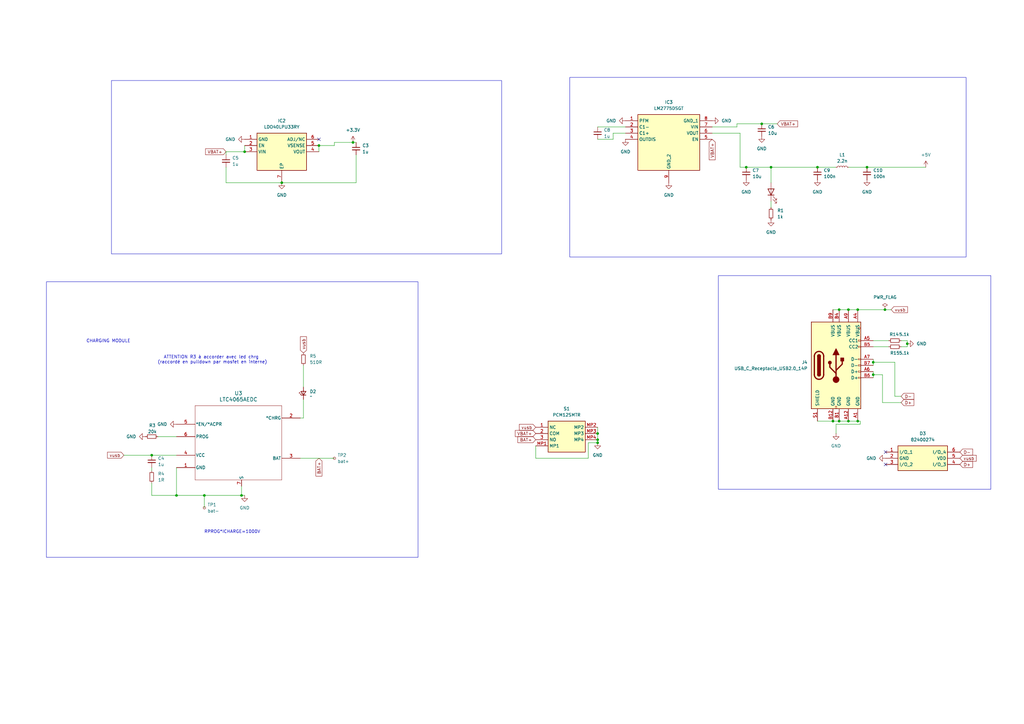
<source format=kicad_sch>
(kicad_sch (version 20250114) (generator "eeschema") (generator_version "9.0")
  (paper "A3")
  (lib_symbols
    (symbol "Connector:TestPoint_Small" (pin_numbers (hide yes)) (pin_names (offset 0.762) (hide yes))
      (property "Reference" "TP" (at 0 3.81 0))
      (property "Value" "TestPoint_Small" (at 0 2.032 0))
      (symbol "TestPoint_Small_0_1"
        (circle (center 0 0) (radius 0.508))
      )
      (symbol "TestPoint_Small_1_1"
        (pin passive line (at 0 0 90) (length 0) (name "1") (number "1"))
      )
    )
    (symbol "Device:C_Small" (pin_numbers (hide yes)) (pin_names (offset 0.254) (hide yes))
      (property "Reference" "C" (at 0.254 1.778 0))
      (property "Value" "C_Small" (at 0.254 -2.032 0))
      (symbol "C_Small_0_1"
        (polyline (pts (xy -1.524 0.508) (xy 1.524 0.508)) (stroke (width 0.3048)))
        (polyline (pts (xy -1.524 -0.508) (xy 1.524 -0.508)) (stroke (width 0.3302)))
      )
      (symbol "C_Small_1_1"
        (pin passive line (at 0 2.54 270) (length 2.032) (name "~") (number "1"))
        (pin passive line (at 0 -2.54 90) (length 2.032) (name "~") (number "2"))
      )
    )
    (symbol "Device:LED" (pin_numbers (hide yes)) (pin_names (offset 1.016) (hide yes))
      (property "Reference" "D" (at 0 2.54 0))
      (property "Value" "LED" (at 0 -2.54 0))
      (symbol "LED_0_1"
        (polyline (pts (xy -3.048 -0.762) (xy -4.572 -2.286) (xy -3.81 -2.286) (xy -4.572 -2.286) (xy -4.572 -1.524)))
        (polyline (pts (xy -1.778 -0.762) (xy -3.302 -2.286) (xy -2.54 -2.286) (xy -3.302 -2.286) (xy -3.302 -1.524)))
        (polyline (pts (xy -1.27 0) (xy 1.27 0)))
        (polyline (pts (xy -1.27 -1.27) (xy -1.27 1.27)) (stroke (width 0.254)))
        (polyline (pts (xy 1.27 -1.27) (xy 1.27 1.27) (xy -1.27 0) (xy 1.27 -1.27)) (stroke (width 0.254)))
      )
      (symbol "LED_1_1"
        (pin passive line (at -3.81 0 0) (length 2.54) (name "K") (number "1"))
        (pin passive line (at 3.81 0 180) (length 2.54) (name "A") (number "2"))
      )
    )
    (symbol "Device:LED_Small" (pin_numbers (hide yes)) (pin_names (offset 0.254) (hide yes))
      (property "Reference" "D" (at -1.27 3.175 0))
      (property "Value" "LED_Small" (at -4.445 -2.54 0))
      (symbol "LED_Small_0_1"
        (polyline (pts (xy -0.762 -1.016) (xy -0.762 1.016)) (stroke (width 0.254)))
        (polyline (pts (xy 0 0.762) (xy -0.508 1.27) (xy -0.254 1.27) (xy -0.508 1.27) (xy -0.508 1.016)))
        (polyline (pts (xy 0.508 1.27) (xy 0 1.778) (xy 0.254 1.778) (xy 0 1.778) (xy 0 1.524)))
        (polyline (pts (xy 0.762 -1.016) (xy -0.762 0) (xy 0.762 1.016) (xy 0.762 -1.016)) (stroke (width 0.254)))
        (polyline (pts (xy 1.016 0) (xy -0.762 0)))
      )
      (symbol "LED_Small_1_1"
        (pin passive line (at -2.54 0 0) (length 1.778) (name "K") (number "1"))
        (pin passive line (at 2.54 0 180) (length 1.778) (name "A") (number "2"))
      )
    )
    (symbol "Device:L_Small" (pin_numbers (hide yes)) (pin_names (offset 0.254) (hide yes))
      (property "Reference" "L" (at 0.762 1.016 0))
      (property "Value" "L_Small" (at 0.762 -1.016 0))
      (symbol "L_Small_0_1"
        (arc (start 0 2.032) (mid 0.5058 1.524) (end 0 1.016))
        (arc (start 0 1.016) (mid 0.5058 0.508) (end 0 0))
        (arc (start 0 0) (mid 0.5058 -0.508) (end 0 -1.016))
        (arc (start 0 -1.016) (mid 0.5058 -1.524) (end 0 -2.032))
      )
      (symbol "L_Small_1_1"
        (pin passive line (at 0 2.54 270) (length 0.508) (name "~") (number "1"))
        (pin passive line (at 0 -2.54 90) (length 0.508) (name "~") (number "2"))
      )
    )
    (symbol "Device:R_Small" (pin_numbers (hide yes)) (pin_names (offset 0.254) (hide yes))
      (property "Reference" "R" (at 0.762 0.508 0))
      (property "Value" "R_Small" (at 0.762 -1.016 0))
      (symbol "R_Small_0_1"
        (rectangle (start -0.762 1.778) (end 0.762 -1.778) (stroke (width 0.2032)))
      )
      (symbol "R_Small_1_1"
        (pin passive line (at 0 2.54 270) (length 0.762) (name "~") (number "1"))
        (pin passive line (at 0 -2.54 90) (length 0.762) (name "~") (number "2"))
      )
    )
    (symbol "LTC4065:LTC4065AEDC" (pin_names (offset 0.254))
      (property "Reference" "U2" (at 25.4 12.7 0))
      (property "Value" "LTC4065AEDC" (at 25.4 10.16 0))
      (symbol "LTC4065AEDC_0_1"
        (polyline (pts (xy 7.62 7.62) (xy 7.62 -22.86)) (stroke (width 0.127)))
        (polyline (pts (xy 7.62 -22.86) (xy 43.18 -22.86)) (stroke (width 0.127)))
        (polyline (pts (xy 43.18 7.62) (xy 7.62 7.62)) (stroke (width 0.127)))
        (polyline (pts (xy 43.18 -22.86) (xy 43.18 7.62)) (stroke (width 0.127)))
        (pin bidirectional line (at 0 0 0) (length 7.62) (name "*EN/*ACPR") (number "5"))
        (pin unspecified line (at 0 -5.08 0) (length 7.62) (name "PROG") (number "6"))
        (pin power_in line (at 0 -12.7 0) (length 7.62) (name "VCC") (number "4"))
        (pin power_in line (at 0 -17.78 0) (length 7.62) (name "GND") (number "1"))
        (pin output line (at 50.8 2.54 180) (length 7.62) (name "*CHRG") (number "2"))
      )
      (symbol "LTC4065AEDC_1_1"
        (pin passive line (at 26.67 -25.4 90) (length 2.54) (name "S") (number "7"))
        (pin power_out line (at 50.8 -13.97 180) (length 7.62) (name "BAT") (number "3"))
      )
    )
    (symbol "Vraielogousbcwurth:USB_C_Receptacle_USB2.0_14P" (pin_names (offset 1.016))
      (property "Reference" "J" (at 0.254 31.242 0))
      (property "Value" "USB_C_Receptacle_USB2.0_14P" (at 1.27 33.782 0))
      (symbol "USB_C_Receptacle_USB2.0_14P_0_0"
        (rectangle (start -0.254 -17.78) (end 0.254 -16.764))
        (rectangle (start 10.16 15.494) (end 9.144 14.986))
        (rectangle (start 10.16 10.414) (end 9.144 9.906))
        (rectangle (start 10.16 7.874) (end 9.144 7.366))
        (rectangle (start 10.16 2.794) (end 9.144 2.286))
        (rectangle (start 10.16 0.254) (end 9.144 -0.254))
        (rectangle (start 10.16 -2.286) (end 9.144 -2.794))
        (rectangle (start 10.16 -4.826) (end 9.144 -5.334))
      )
      (symbol "USB_C_Receptacle_USB2.0_14P_0_1"
        (rectangle (start -10.16 17.78) (end 10.16 -17.78) (stroke (width 0.254)) (fill (type background)))
        (polyline (pts (xy -8.89 -3.81) (xy -8.89 3.81)) (stroke (width 0.508)))
        (rectangle (start -7.62 -3.81) (end -6.35 3.81) (stroke (width 0.254)) (fill (type outline)))
        (arc (start -7.62 3.81) (mid -6.985 4.4423) (end -6.35 3.81) (stroke (width 0.254)))
        (arc (start -7.62 3.81) (mid -6.985 4.4423) (end -6.35 3.81) (stroke (width 0.254)) (fill (type outline)))
        (arc (start -8.89 3.81) (mid -6.985 5.7067) (end -5.08 3.81) (stroke (width 0.508)))
        (arc (start -5.08 -3.81) (mid -6.985 -5.7067) (end -8.89 -3.81) (stroke (width 0.508)))
        (arc (start -6.35 -3.81) (mid -6.985 -4.4423) (end -7.62 -3.81) (stroke (width 0.254)))
        (arc (start -6.35 -3.81) (mid -6.985 -4.4423) (end -7.62 -3.81) (stroke (width 0.254)) (fill (type outline)))
        (polyline (pts (xy -5.08 3.81) (xy -5.08 -3.81)) (stroke (width 0.508)))
        (circle (center -2.54 1.143) (radius 0.635) (stroke (width 0.254)) (fill (type outline)))
        (polyline (pts (xy -1.27 4.318) (xy 0 6.858) (xy 1.27 4.318) (xy -1.27 4.318)) (stroke (width 0.254)) (fill (type outline)))
        (polyline (pts (xy 0 -2.032) (xy 2.54 0.508) (xy 2.54 1.778)) (stroke (width 0.508)))
        (polyline (pts (xy 0 -3.302) (xy -2.54 -0.762) (xy -2.54 0.508)) (stroke (width 0.508)))
        (polyline (pts (xy 0 -5.842) (xy 0 4.318)) (stroke (width 0.508)))
        (circle (center 0 -5.842) (radius 1.27) (fill (type outline)))
        (rectangle (start 1.905 1.778) (end 3.175 3.048) (stroke (width 0.254)) (fill (type outline)))
      )
      (symbol "USB_C_Receptacle_USB2.0_14P_1_1"
        (pin passive line (at -7.62 -22.86 90) (length 5.08) (name "SHIELD") (number "S1"))
        (pin passive line (at -1.27 22.86 270) (length 5.08) (name "VBUS") (number "B9"))
        (pin passive line (at -1.27 -22.86 90) (length 5.08) (name "GND") (number "B12"))
        (pin passive line (at 1.27 22.86 270) (length 5.08) (name "VBUS") (number "B4"))
        (pin passive line (at 1.27 -22.86 90) (length 5.08) (name "GND") (number "B1"))
        (pin passive line (at 5.08 22.86 270) (length 5.08) (name "VBUS") (number "A9"))
        (pin passive line (at 5.08 -22.86 90) (length 5.08) (name "GND") (number "A12"))
        (pin passive line (at 8.89 22.86 270) (length 5.08) (name "VBUS") (number "A4"))
        (pin passive line (at 8.89 -22.86 90) (length 5.08) (name "GND") (number "A1"))
        (pin bidirectional line (at 15.24 10.16 180) (length 5.08) (name "CC1") (number "A5"))
        (pin bidirectional line (at 15.24 7.62 180) (length 5.08) (name "CC2") (number "B5"))
        (pin bidirectional line (at 15.24 2.54 180) (length 5.08) (name "D-") (number "A7"))
        (pin bidirectional line (at 15.24 0 180) (length 5.08) (name "D-") (number "B7"))
        (pin bidirectional line (at 15.24 -2.54 180) (length 5.08) (name "D+") (number "A6"))
        (pin bidirectional line (at 15.24 -5.08 180) (length 5.08) (name "D+") (number "B6"))
      )
    )
    (symbol "power:+3.3V" (power) (pin_numbers (hide yes)) (pin_names (offset 0) (hide yes))
      (property "Value" "+3.3V" (at 0 3.556 0))
      (symbol "+3.3V_0_1"
        (polyline (pts (xy -0.762 1.27) (xy 0 2.54)))
        (polyline (pts (xy 0 2.54) (xy 0.762 1.27)))
        (polyline (pts (xy 0 0) (xy 0 2.54)))
      )
      (symbol "+3.3V_1_1"
        (pin power_in line (at 0 0 90) (length 0) (name "~") (number "1"))
      )
    )
    (symbol "power:+5V" (power) (pin_numbers (hide yes)) (pin_names (offset 0) (hide yes))
      (property "Value" "+5V" (at 0 3.556 0))
      (symbol "+5V_0_1"
        (polyline (pts (xy -0.762 1.27) (xy 0 2.54)))
        (polyline (pts (xy 0 2.54) (xy 0.762 1.27)))
        (polyline (pts (xy 0 0) (xy 0 2.54)))
      )
      (symbol "+5V_1_1"
        (pin power_in line (at 0 0 90) (length 0) (name "~") (number "1"))
      )
    )
    (symbol "power:GND" (power) (pin_numbers (hide yes)) (pin_names (offset 0) (hide yes))
      (property "Value" "GND" (at 0 -3.81 0))
      (symbol "GND_0_1"
        (polyline (pts (xy 0 0) (xy 0 -1.27) (xy 1.27 -1.27) (xy 0 -2.54) (xy -1.27 -1.27) (xy 0 -1.27)))
      )
      (symbol "GND_1_1"
        (pin power_in line (at 0 0 270) (length 0) (name "~") (number "1"))
      )
    )
    (symbol "power:PWR_FLAG" (power) (pin_numbers (hide yes)) (pin_names (offset 0) (hide yes))
      (property "Value" "PWR_FLAG" (at 0 3.81 0))
      (symbol "PWR_FLAG_0_0"
        (pin power_out line (at 0 0 90) (length 0) (name "~") (number "1"))
      )
      (symbol "PWR_FLAG_0_1"
        (polyline (pts (xy 0 0) (xy 0 1.27) (xy -1.016 1.905) (xy 0 2.54) (xy 1.016 1.905) (xy 0 1.27)))
      )
    )
    (symbol "samacsys:82400274"
      (property "Reference" "D" (at 26.67 7.62 0))
      (property "Value" "82400274" (at 26.67 5.08 0))
      (symbol "82400274_1_1"
        (rectangle (start 5.08 2.54) (end 25.4 -7.62) (stroke (width 0.254)) (fill (type background)))
        (pin passive line (at 0 0 0) (length 5.08) (name "I/O_1") (number "1"))
        (pin passive line (at 0 -2.54 0) (length 5.08) (name "GND") (number "2"))
        (pin passive line (at 0 -5.08 0) (length 5.08) (name "I/O_2") (number "3"))
        (pin passive line (at 30.48 0 180) (length 5.08) (name "I/O_4") (number "6"))
        (pin passive line (at 30.48 -2.54 180) (length 5.08) (name "VDD") (number "5"))
        (pin passive line (at 30.48 -5.08 180) (length 5.08) (name "I/O_3") (number "4"))
      )
    )
    (symbol "samacsys:LDO40LPU33RY"
      (property "Reference" "IC" (at 26.67 7.62 0))
      (property "Value" "LDO40LPU33RY" (at 26.67 5.08 0))
      (symbol "LDO40LPU33RY_1_1"
        (rectangle (start 5.08 2.54) (end 25.4 -12.7) (stroke (width 0.254)) (fill (type background)))
        (pin passive line (at 0 0 0) (length 5.08) (name "GND") (number "1"))
        (pin passive line (at 0 -2.54 0) (length 5.08) (name "EN") (number "2"))
        (pin passive line (at 0 -5.08 0) (length 5.08) (name "VIN") (number "3"))
        (pin passive line (at 15.24 -17.78 90) (length 5.08) (name "EP") (number "7"))
        (pin passive line (at 30.48 0 180) (length 5.08) (name "ADJ/NC") (number "6"))
        (pin passive line (at 30.48 -2.54 180) (length 5.08) (name "VSENSE") (number "5"))
        (pin passive line (at 30.48 -5.08 180) (length 5.08) (name "VOUT") (number "4"))
      )
    )
    (symbol "samacsys:LM2775DSGT"
      (property "Reference" "IC" (at 31.75 7.62 0))
      (property "Value" "LM2775DSGT" (at 31.75 5.08 0))
      (symbol "LM2775DSGT_1_1"
        (rectangle (start 5.08 2.54) (end 30.48 -20.32) (stroke (width 0.254)) (fill (type background)))
        (pin passive line (at 0 0 0) (length 5.08) (name "PFM") (number "1"))
        (pin passive line (at 0 -2.54 0) (length 5.08) (name "C1-") (number "2"))
        (pin passive line (at 0 -5.08 0) (length 5.08) (name "C1+") (number "3"))
        (pin passive line (at 0 -7.62 0) (length 5.08) (name "OUTDIS") (number "4"))
        (pin passive line (at 17.78 -25.4 90) (length 5.08) (name "GND_2") (number "9"))
        (pin passive line (at 35.56 0 180) (length 5.08) (name "GND_1") (number "8"))
        (pin passive line (at 35.56 -2.54 180) (length 5.08) (name "VIN") (number "7"))
        (pin passive line (at 35.56 -5.08 180) (length 5.08) (name "VOUT") (number "6"))
        (pin passive line (at 35.56 -7.62 180) (length 5.08) (name "EN") (number "5"))
      )
    )
    (symbol "samacsys:PCM12SMTR"
      (property "Reference" "S1" (at 12.7 7.62 0))
      (property "Value" "PCM12SMTR" (at 12.7 5.08 0))
      (symbol "PCM12SMTR_1_1"
        (rectangle (start 5.08 2.54) (end 20.32 -10.16) (stroke (width 0.254)) (fill (type background)))
        (pin free line (at 0 0 0) (length 5.08) (name "NC") (number "1"))
        (pin passive line (at 0 -2.54 0) (length 5.08) (name "COM") (number "2"))
        (pin passive line (at 0 -5.08 0) (length 5.08) (name "NO") (number "3"))
        (pin passive line (at 0 -7.62 0) (length 5.08) (name "MP1") (number "MP1"))
        (pin passive line (at 25.4 0 180) (length 5.08) (name "MP2") (number "MP2"))
        (pin passive line (at 25.4 -2.54 180) (length 5.08) (name "MP3") (number "MP3"))
        (pin passive line (at 25.4 -5.08 180) (length 5.08) (name "MP4") (number "MP4"))
      )
    )
  )
  (rectangle (start 45.72 33.02) (end 205.74 104.14))
  (rectangle (start 233.68 31.75) (end 396.24 105.41))
  (rectangle (start 294.64 113.03) (end 406.4 200.66))
  (rectangle (start 19.05 115.57) (end 171.45 228.6))
  (text "CHARGING MODULE" (at 44.45 139.954 0) (effects (font (size 1.27 1.27))))
  (text "RPROG*ICHARGE=1000V" (at 95.25 218.186 0) (effects (font (size 1.27 1.27))))
  (text "ATTENTION R3 à accorder avec led chrg \n(raccordé en pulldown par mosfet en interne)\n" (at 87.122 147.574 0) (effects (font (size 1.27 1.27))))
  (junction (at 347.98 172.72))
  (junction (at 100.33 62.23))
  (junction (at 83.82 203.2))
  (junction (at 245.11 177.8))
  (junction (at 144.78 58.42))
  (junction (at 351.79 127))
  (junction (at 344.17 127))
  (junction (at 306.07 68.58))
  (junction (at 372.11 140.97))
  (junction (at 347.98 127))
  (junction (at 355.6 68.58))
  (junction (at 312.42 50.8))
  (junction (at 341.63 172.72))
  (junction (at 358.14 153.67))
  (junction (at 351.79 172.72))
  (junction (at 344.17 172.72))
  (junction (at 245.11 181.61))
  (junction (at 115.57 74.93))
  (junction (at 99.06 203.2))
  (junction (at 72.39 203.2))
  (junction (at 130.81 59.69))
  (junction (at 245.11 180.34))
  (junction (at 316.23 68.58))
  (junction (at 362.966 127))
  (junction (at 62.23 186.69))
  (junction (at 358.14 148.59))
  (junction (at 335.28 68.58))
  (no_connect (at 363.22 185.42))
  (no_connect (at 363.22 190.5))
  (no_connect (at 130.81 57.15))
  (wire (pts (xy 99.06 203.2) (xy 100.33 203.2)))
  (wire (pts (xy 312.42 50.8) (xy 302.26 50.8)))
  (wire (pts (xy 72.39 203.2) (xy 83.82 203.2)))
  (wire (pts (xy 100.33 59.69) (xy 100.33 62.23)))
  (wire (pts (xy 124.46 149.86) (xy 124.46 158.75)))
  (wire (pts (xy 256.54 54.61) (xy 251.46 54.61)))
  (wire (pts (xy 351.79 127) (xy 362.966 127)))
  (wire (pts (xy 50.8 186.69) (xy 62.23 186.69)))
  (wire (pts (xy 115.57 74.93) (xy 146.05 74.93)))
  (wire (pts (xy 62.23 191.77) (xy 62.23 193.04)))
  (wire (pts (xy 92.71 63.5) (xy 92.71 62.23)))
  (wire (pts (xy 369.57 162.56) (xy 367.03 162.56)))
  (wire (pts (xy 369.57 142.24) (xy 372.11 142.24)))
  (wire (pts (xy 123.19 187.96) (xy 137.16 187.96)))
  (wire (pts (xy 146.05 58.42) (xy 144.78 58.42)))
  (wire (pts (xy 351.79 172.72) (xy 352.806 172.72)))
  (wire (pts (xy 137.16 58.42) (xy 137.16 59.69)))
  (wire (pts (xy 303.53 68.58) (xy 303.53 54.61)))
  (wire (pts (xy 72.39 191.77) (xy 72.39 203.2)))
  (wire (pts (xy 245.11 57.15) (xy 251.46 57.15)))
  (wire (pts (xy 358.14 142.24) (xy 364.49 142.24)))
  (wire (pts (xy 245.11 52.07) (xy 256.54 52.07)))
  (wire (pts (xy 92.71 68.58) (xy 92.71 74.93)))
  (wire (pts (xy 144.78 58.42) (xy 137.16 58.42)))
  (wire (pts (xy 347.98 68.58) (xy 355.6 68.58)))
  (wire (pts (xy 358.14 147.32) (xy 358.14 148.59)))
  (wire (pts (xy 251.46 54.61) (xy 251.46 57.15)))
  (wire (pts (xy 219.71 187.96) (xy 241.3 187.96)))
  (wire (pts (xy 362.966 127) (xy 365.506 127)))
  (wire (pts (xy 361.95 153.67) (xy 358.14 153.67)))
  (wire (pts (xy 358.14 148.59) (xy 358.14 149.86)))
  (wire (pts (xy 341.63 172.72) (xy 335.28 172.72)))
  (wire (pts (xy 342.9 173.99) (xy 342.9 177.8)))
  (wire (pts (xy 347.98 172.72) (xy 351.79 172.72)))
  (wire (pts (xy 344.17 172.72) (xy 347.98 172.72)))
  (wire (pts (xy 64.77 179.07) (xy 72.39 179.07)))
  (wire (pts (xy 62.23 203.2) (xy 72.39 203.2)))
  (wire (pts (xy 318.77 50.8) (xy 312.42 50.8)))
  (wire (pts (xy 62.23 198.12) (xy 62.23 203.2)))
  (wire (pts (xy 99.06 199.39) (xy 99.06 203.2)))
  (wire (pts (xy 241.3 187.96) (xy 241.3 181.61)))
  (wire (pts (xy 306.07 68.58) (xy 303.53 68.58)))
  (wire (pts (xy 341.63 127) (xy 344.17 127)))
  (wire (pts (xy 302.26 50.8) (xy 302.26 52.07)))
  (wire (pts (xy 344.17 127) (xy 347.98 127)))
  (wire (pts (xy 335.28 68.58) (xy 316.23 68.58)))
  (wire (pts (xy 245.11 177.8) (xy 245.11 180.34)))
  (wire (pts (xy 335.28 68.58) (xy 342.9 68.58)))
  (wire (pts (xy 347.98 127) (xy 351.79 127)))
  (wire (pts (xy 367.03 148.59) (xy 358.14 148.59)))
  (wire (pts (xy 344.17 172.72) (xy 341.63 172.72)))
  (wire (pts (xy 137.16 59.69) (xy 130.81 59.69)))
  (wire (pts (xy 367.03 162.56) (xy 367.03 148.59)))
  (wire (pts (xy 316.23 68.58) (xy 306.07 68.58)))
  (wire (pts (xy 245.11 175.26) (xy 245.11 177.8)))
  (wire (pts (xy 369.57 139.7) (xy 372.11 139.7)))
  (wire (pts (xy 92.71 62.23) (xy 100.33 62.23)))
  (wire (pts (xy 62.23 186.69) (xy 72.39 186.69)))
  (wire (pts (xy 369.57 165.1) (xy 361.95 165.1)))
  (wire (pts (xy 372.11 139.7) (xy 372.11 140.97)))
  (wire (pts (xy 352.806 172.72) (xy 352.806 173.99)))
  (wire (pts (xy 130.81 59.69) (xy 130.81 62.23)))
  (wire (pts (xy 358.14 152.4) (xy 358.14 153.67)))
  (wire (pts (xy 358.14 153.67) (xy 358.14 154.94)))
  (wire (pts (xy 123.19 171.45) (xy 124.46 171.45)))
  (wire (pts (xy 92.71 74.93) (xy 115.57 74.93)))
  (wire (pts (xy 303.53 54.61) (xy 292.1 54.61)))
  (wire (pts (xy 146.05 74.93) (xy 146.05 63.5)))
  (wire (pts (xy 302.26 52.07) (xy 292.1 52.07)))
  (wire (pts (xy 379.73 68.58) (xy 355.6 68.58)))
  (wire (pts (xy 316.23 74.93) (xy 316.23 68.58)))
  (wire (pts (xy 83.82 203.2) (xy 99.06 203.2)))
  (wire (pts (xy 245.11 181.61) (xy 245.11 180.34)))
  (wire (pts (xy 372.11 142.24) (xy 372.11 140.97)))
  (wire (pts (xy 219.71 182.88) (xy 219.71 187.96)))
  (wire (pts (xy 352.806 173.99) (xy 342.9 173.99)))
  (wire (pts (xy 124.46 171.45) (xy 124.46 163.83)))
  (wire (pts (xy 241.3 181.61) (xy 245.11 181.61)))
  (wire (pts (xy 361.95 165.1) (xy 361.95 153.67)))
  (wire (pts (xy 316.23 85.09) (xy 316.23 82.55)))
  (wire (pts (xy 83.82 203.2) (xy 83.82 208.28)))
  (wire (pts (xy 358.14 139.7) (xy 364.49 139.7)))
  (global_label "vusb" (shape input) (at 50.8 186.69 180) (property "Intersheetrefs" "${INTERSHEET_REFS}" (effects (hide yes))))
  (global_label "vusb" (shape input) (at 124.46 144.78 90) (property "Intersheetrefs" "${INTERSHEET_REFS}" (effects (hide yes))))
  (global_label "VBAT+" (shape input) (at 219.71 177.8 180) (property "Intersheetrefs" "${INTERSHEET_REFS}" (effects (hide yes))))
  (global_label "vusb" (shape input) (at 365.506 127 0) (property "Intersheetrefs" "${INTERSHEET_REFS}" (effects (hide yes))))
  (global_label "D-" (shape input) (at 369.57 162.56 0) (property "Intersheetrefs" "${INTERSHEET_REFS}" (effects (hide yes))))
  (global_label "D-" (shape input) (at 393.7 185.42 0) (property "Intersheetrefs" "${INTERSHEET_REFS}" (effects (hide yes))))
  (global_label "D+" (shape input) (at 393.7 190.5 0) (property "Intersheetrefs" "${INTERSHEET_REFS}" (effects (hide yes))))
  (global_label "vusb" (shape input) (at 393.7 187.96 0) (property "Intersheetrefs" "${INTERSHEET_REFS}" (effects (hide yes))))
  (global_label "D+" (shape input) (at 369.57 165.1 0) (property "Intersheetrefs" "${INTERSHEET_REFS}" (effects (hide yes))))
  (global_label "BAT+" (shape input) (at 219.71 180.34 180) (property "Intersheetrefs" "${INTERSHEET_REFS}" (effects (hide yes))))
  (global_label "BAT+" (shape input) (at 130.81 187.96 270) (property "Intersheetrefs" "${INTERSHEET_REFS}" (effects (hide yes))))
  (global_label "VBAT+" (shape input) (at 318.77 50.8 0) (property "Intersheetrefs" "${INTERSHEET_REFS}" (effects (hide yes))))
  (global_label "vusb" (shape input) (at 219.71 175.26 180) (property "Intersheetrefs" "${INTERSHEET_REFS}" (effects (hide yes))))
  (global_label "VBAT+" (shape input) (at 92.71 62.23 180) (property "Intersheetrefs" "${INTERSHEET_REFS}" (effects (hide yes))))
  (global_label "VBAT+" (shape input) (at 292.1 57.15 270) (property "Intersheetrefs" "${INTERSHEET_REFS}" (effects (hide yes))))
  (symbol (lib_id "power:GND") (at 316.23 90.17 0) (unit 1)
    (property "Reference" "#PWR017" (effects (hide yes)))
    (property "Value" "GND" (at 316.23 95.25 0))
    (property "Description" "Power symbol creates a global label with name \"GND\" , ground" (effects (hide yes)))
  )
  (symbol (lib_id "LTC4065:LTC4065AEDC") (at 72.39 173.99 0) (unit 1)
    (property "Reference" "U3" (at 97.79 161.29 0) (effects (font (size 1.524 1.524))))
    (property "Value" "LTC4065AEDC" (at 97.79 163.83 0) (effects (font (size 1.524 1.524))))
    (property "Footprint" "samacsys:SON50P200X200X80-7N-D" (effects (hide yes)))
    (property "Datasheet" "https://www.analog.com/media/en/technical-documentation/data-sheets/4065fb.pdf" (effects (hide yes)))
    (property "Description" "LTC4065AEDC" (effects (hide yes)))
  )
  (symbol (lib_id "power:GND") (at 306.07 73.66 0) (unit 1)
    (property "Reference" "#PWR016" (effects (hide yes)))
    (property "Value" "GND" (at 306.07 78.74 0))
    (property "Description" "Power symbol creates a global label with name \"GND\" , ground" (effects (hide yes)))
  )
  (symbol (lib_id "Device:R_Small") (at 124.46 147.32 0) (unit 1)
    (property "Reference" "R5" (at 127 146.0499 0) (effects (justify left)))
    (property "Value" "510R" (at 127 148.5899 0) (effects (justify left)))
    (property "Footprint" "Resistor_SMD:R_0201_0603Metric_Pad0.64x0.40mm_HandSolder" (effects (hide yes)))
    (property "Description" "Resistor, small symbol" (effects (hide yes)))
  )
  (symbol (lib_id "Vraielogousbcwurth:USB_C_Receptacle_USB2.0_14P") (at 342.9 149.86 0) (unit 1)
    (property "Reference" "J4" (at 331.216 148.5899 0) (effects (justify right)))
    (property "Value" "USB_C_Receptacle_USB2.0_14P" (at 331.216 151.1299 0) (effects (justify right)))
    (property "Footprint" "usbcwurth:WURTH_629722000214" (effects (hide yes)))
    (property "Datasheet" "https://www.usb.org/sites/default/files/documents/usb_type-c.zip" (effects (hide yes)))
    (property "Description" "USB 2.0-only 14P Type-C Receptacle connector" (effects (hide yes)))
  )
  (symbol (lib_id "Connector:TestPoint_Small") (at 83.82 208.28 0) (unit 1)
    (property "Reference" "TP1" (at 85.09 207.0099 0) (effects (justify left)))
    (property "Value" "bat-" (at 85.09 209.5499 0) (effects (justify left)))
    (property "Footprint" "TestPoint:TestPoint_THTPad_D1.0mm_Drill0.5mm" (effects (hide yes)))
    (property "Description" "test point" (effects (hide yes)))
  )
  (symbol (lib_id "power:+3.3V") (at 144.78 58.42 0) (unit 1)
    (property "Reference" "#PWR07" (effects (hide yes)))
    (property "Value" "+3.3V" (at 144.78 53.34 0))
    (property "Description" "Power symbol creates a global label with name \"+3.3V\"" (effects (hide yes)))
  )
  (symbol (lib_id "Device:C_Small") (at 92.71 66.04 0) (unit 1)
    (property "Reference" "C5" (at 95.25 64.7762 0) (effects (justify left)))
    (property "Value" "1u" (at 95.25 67.3162 0) (effects (justify left)))
    (property "Footprint" "Capacitor_SMD:C_0402_1005Metric_Pad0.74x0.62mm_HandSolder" (effects (hide yes)))
    (property "Description" "Unpolarized capacitor, small symbol" (effects (hide yes)))
  )
  (symbol (lib_id "power:GND") (at 72.39 173.99 270) (unit 1)
    (property "Reference" "#PWR010" (effects (hide yes)))
    (property "Value" "GND" (at 68.58 173.9899 90) (effects (justify right)))
    (property "Description" "Power symbol creates a global label with name \"GND\" , ground" (effects (hide yes)))
  )
  (symbol (lib_id "Device:C_Small") (at 355.6 71.12 0) (unit 1)
    (property "Reference" "C10" (at 358.14 69.8562 0) (effects (justify left)))
    (property "Value" "100n" (at 358.14 72.3962 0) (effects (justify left)))
    (property "Footprint" "Capacitor_SMD:C_0402_1005Metric_Pad0.74x0.62mm_HandSolder" (effects (hide yes)))
    (property "Description" "Unpolarized capacitor, small symbol" (effects (hide yes)))
  )
  (symbol (lib_id "Device:R_Small") (at 367.03 142.24 90) (unit 1)
    (property "Reference" "R15" (at 367.03 144.78 90))
    (property "Value" "5.1k" (at 370.84 144.78 90))
    (property "Footprint" "Resistor_SMD:R_0201_0603Metric_Pad0.64x0.40mm_HandSolder" (effects (hide yes)))
    (property "Description" "Resistor, small symbol" (effects (hide yes)))
  )
  (symbol (lib_id "Device:R_Small") (at 367.03 139.7 90) (unit 1)
    (property "Reference" "R14" (at 366.776 137.16 90))
    (property "Value" "5.1k" (at 370.84 137.16 90))
    (property "Footprint" "Resistor_SMD:R_0201_0603Metric_Pad0.64x0.40mm_HandSolder" (effects (hide yes)))
    (property "Description" "Resistor, small symbol" (effects (hide yes)))
  )
  (symbol (lib_id "power:GND") (at 256.54 49.53 270) (unit 1)
    (property "Reference" "#PWR020" (effects (hide yes)))
    (property "Value" "GND" (at 252.73 49.5299 90) (effects (justify right)))
    (property "Description" "Power symbol creates a global label with name \"GND\" , ground" (effects (hide yes)))
  )
  (symbol (lib_id "power:+5V") (at 379.73 68.58 0) (unit 1)
    (property "Reference" "#PWR08" (effects (hide yes)))
    (property "Value" "+5V" (at 379.73 63.5 0))
    (property "Description" "Power symbol creates a global label with name \"+5V\"" (effects (hide yes)))
  )
  (symbol (lib_id "samacsys:LDO40LPU33RY") (at 100.33 57.15 0) (unit 1)
    (property "Reference" "IC2" (at 115.57 49.53 0))
    (property "Value" "LDO40LPU33RY" (at 115.57 52.07 0))
    (property "Footprint" "samacsys:SON95P300X300X90-7N-D" (effects (hide yes)))
    (property "Datasheet" "https://www.st.com/resource/en/datasheet/ldo40l.pdf" (effects (hide yes)))
    (property "Description" "LDO Voltage Regulators POWER MANAGEMENT" (effects (hide yes)))
    (property "Height" "0.9" (effects (hide yes)))
    (property "Mouser Part Number" "511-LDO40LPU33RY" (effects (hide yes)))
    (property "Mouser Price/Stock" "https://www.mouser.co.uk/ProductDetail/STMicroelectronics/LDO40LPU33RY?qs=qSfuJ%252Bfl%2Fd5qazWclm%2Ffpg%3D%3D" (effects (hide yes)))
    (property "Manufacturer_Name" "STMicroelectronics" (effects (hide yes)))
    (property "Manufacturer_Part_Number" "LDO40LPU33RY" (effects (hide yes)))
  )
  (symbol (lib_id "power:GND") (at 335.28 73.66 0) (unit 1)
    (property "Reference" "#PWR018" (effects (hide yes)))
    (property "Value" "GND" (at 335.28 78.74 0))
    (property "Description" "Power symbol creates a global label with name \"GND\" , ground" (effects (hide yes)))
  )
  (symbol (lib_id "power:GND") (at 256.54 57.15 0) (unit 1)
    (property "Reference" "#PWR021" (effects (hide yes)))
    (property "Value" "GND" (at 256.54 62.23 0))
    (property "Description" "Power symbol creates a global label with name \"GND\" , ground" (effects (hide yes)))
  )
  (symbol (lib_id "samacsys:PCM12SMTR") (at 219.71 175.26 0) (unit 1)
    (property "Reference" "S1" (at 232.41 167.64 0))
    (property "Value" "PCM12SMTR" (at 232.41 170.18 0))
    (property "Footprint" "samacsys:PCM12SMTR" (effects (hide yes)))
    (property "Datasheet" "https://www.ckswitches.com/media/1424/pcm.pdf" (effects (hide yes)))
    (property "Description" "Slide Switches 0.3A SPDT ON-ON" (effects (hide yes)))
    (property "Height" "1.4" (effects (hide yes)))
    (property "Mouser Part Number" "611-PCM12SMTR" (effects (hide yes)))
    (property "Mouser Price/Stock" "https://www.mouser.co.uk/ProductDetail/CK/PCM12SMTR?qs=mfFuHy8STfL3qrPSfCHA7w%3D%3D" (effects (hide yes)))
    (property "Manufacturer_Name" "C & K COMPONENTS" (effects (hide yes)))
    (property "Manufacturer_Part_Number" "PCM12SMTR" (effects (hide yes)))
  )
  (symbol (lib_id "power:GND") (at 100.33 57.15 270) (unit 1)
    (property "Reference" "#PWR012" (effects (hide yes)))
    (property "Value" "GND" (at 96.52 57.1499 90) (effects (justify right)))
    (property "Description" "Power symbol creates a global label with name \"GND\" , ground" (effects (hide yes)))
  )
  (symbol (lib_id "Device:C_Small") (at 312.42 53.34 0) (unit 1)
    (property "Reference" "C6" (at 314.96 52.0762 0) (effects (justify left)))
    (property "Value" "10u" (at 314.96 54.6162 0) (effects (justify left)))
    (property "Footprint" "Capacitor_SMD:C_0402_1005Metric_Pad0.74x0.62mm_HandSolder" (effects (hide yes)))
    (property "Description" "Unpolarized capacitor, small symbol" (effects (hide yes)))
  )
  (symbol (lib_id "Device:C_Small") (at 146.05 60.96 0) (unit 1)
    (property "Reference" "C3" (at 148.59 59.6962 0) (effects (justify left)))
    (property "Value" "1u" (at 148.59 62.2362 0) (effects (justify left)))
    (property "Footprint" "Capacitor_SMD:C_0402_1005Metric_Pad0.74x0.62mm_HandSolder" (effects (hide yes)))
    (property "Description" "Unpolarized capacitor, small symbol" (effects (hide yes)))
  )
  (symbol (lib_id "power:GND") (at 312.42 55.88 0) (unit 1)
    (property "Reference" "#PWR015" (effects (hide yes)))
    (property "Value" "GND" (at 312.42 60.96 0))
    (property "Description" "Power symbol creates a global label with name \"GND\" , ground" (effects (hide yes)))
  )
  (symbol (lib_id "samacsys:LM2775DSGT") (at 256.54 49.53 0) (unit 1)
    (property "Reference" "IC3" (at 274.32 41.91 0))
    (property "Value" "LM2775DSGT" (at 274.32 44.45 0))
    (property "Footprint" "samacsys:SON50P200X200X80-9N" (effects (hide yes)))
    (property "Datasheet" "http://www.ti.com/lit/ds/symlink/lm2775.pdf" (effects (hide yes)))
    (property "Description" "Charge Pump Switching Regulator IC Positive Fixed 5V 1 Output 200mA 8-WFDFN Exposed Pad" (effects (hide yes)))
    (property "Height" "0.8" (effects (hide yes)))
    (property "Mouser Part Number" "595-LM2775DSGT" (effects (hide yes)))
    (property "Mouser Price/Stock" "https://www.mouser.co.uk/ProductDetail/Texas-Instruments/LM2775DSGT?qs=GURawfaeGuC8OeiXDzqVsg%3D%3D" (effects (hide yes)))
    (property "Manufacturer_Name" "Texas Instruments" (effects (hide yes)))
    (property "Manufacturer_Part_Number" "LM2775DSGT" (effects (hide yes)))
  )
  (symbol (lib_id "Device:R_Small") (at 62.23 179.07 90) (unit 1)
    (property "Reference" "R3" (at 62.484 174.498 90))
    (property "Value" "20k" (at 62.484 177.038 90))
    (property "Footprint" "Resistor_SMD:R_0201_0603Metric_Pad0.64x0.40mm_HandSolder" (effects (hide yes)))
    (property "Description" "Resistor, small symbol" (effects (hide yes)))
  )
  (symbol (lib_id "Device:LED_Small") (at 124.46 161.29 90) (unit 1)
    (property "Reference" "D2" (at 127 160.5914 90) (effects (justify right)))
    (property "Value" "~" (at 127 162.4965 90) (effects (justify right)))
    (property "Footprint" "LED_SMD:LED_0603_1608Metric" (effects (hide yes)))
    (property "Description" "Light emitting diode, small symbol" (effects (hide yes)))
  )
  (symbol (lib_id "Device:R_Small") (at 316.23 87.63 0) (unit 1)
    (property "Reference" "R1" (at 318.77 86.3599 0) (effects (justify left)))
    (property "Value" "1k" (at 318.77 88.8999 0) (effects (justify left)))
    (property "Footprint" "Resistor_SMD:R_0201_0603Metric_Pad0.64x0.40mm_HandSolder" (effects (hide yes)))
    (property "Description" "Resistor, small symbol" (effects (hide yes)))
  )
  (symbol (lib_id "power:GND") (at 355.6 73.66 0) (unit 1)
    (property "Reference" "#PWR019" (effects (hide yes)))
    (property "Value" "GND" (at 355.6 78.74 0))
    (property "Description" "Power symbol creates a global label with name \"GND\" , ground" (effects (hide yes)))
  )
  (symbol (lib_id "power:GND") (at 372.11 140.97 90) (unit 1)
    (property "Reference" "#PWR025" (effects (hide yes)))
    (property "Value" "GND" (at 375.92 140.9699 90) (effects (justify right)))
    (property "Description" "Power symbol creates a global label with name \"GND\" , ground" (effects (hide yes)))
  )
  (symbol (lib_id "power:GND") (at 245.11 181.61 0) (unit 1)
    (property "Reference" "#PWR048" (effects (hide yes)))
    (property "Value" "GND" (at 245.11 186.69 0))
    (property "Description" "Power symbol creates a global label with name \"GND\" , ground" (effects (hide yes)))
  )
  (symbol (lib_id "samacsys:82400274") (at 363.22 185.42 0) (unit 1)
    (property "Reference" "D3" (at 378.46 177.8 0))
    (property "Value" "82400274" (at 378.46 180.34 0))
    (property "Footprint" "SOT65P210X110-6N" (effects (hide yes)))
    (property "Datasheet" "https://katalog.we-online.com/pbs/datasheet/82400274.pdf" (effects (hide yes)))
    (property "Description" "TVS Diode Array WE-TVS 4-Ch+VDD 5V SC70 Wurth Elektronik 82400274, Quad Uni-Directional TVS Diode Array, 6-Pin SC-70" (effects (hide yes)))
    (property "Height" "1.1" (effects (hide yes)))
    (property "Mouser Part Number" "710-82400274" (effects (hide yes)))
    (property "Mouser Price/Stock" "https://www.mouser.co.uk/ProductDetail/Wurth-Elektronik/82400274?qs=2kOmHSv6VfQD871MY%252BLLLQ%3D%3D" (effects (hide yes)))
    (property "Manufacturer_Name" "Wurth Elektronik" (effects (hide yes)))
    (property "Manufacturer_Part_Number" "82400274" (effects (hide yes)))
  )
  (symbol (lib_id "Device:C_Small") (at 306.07 71.12 0) (unit 1)
    (property "Reference" "C7" (at 308.61 69.8562 0) (effects (justify left)))
    (property "Value" "10u" (at 308.61 72.3962 0) (effects (justify left)))
    (property "Footprint" "Capacitor_SMD:C_0402_1005Metric_Pad0.74x0.62mm_HandSolder" (effects (hide yes)))
    (property "Description" "Unpolarized capacitor, small symbol" (effects (hide yes)))
  )
  (symbol (lib_id "power:PWR_FLAG") (at 362.966 127 0) (unit 1)
    (property "Reference" "#FLG04" (effects (hide yes)))
    (property "Value" "PWR_FLAG" (at 362.966 121.92 0))
    (property "Description" "Special symbol for telling ERC where power comes from" (effects (hide yes)))
  )
  (symbol (lib_id "Device:C_Small") (at 335.28 71.12 0) (unit 1)
    (property "Reference" "C9" (at 337.82 69.8562 0) (effects (justify left)))
    (property "Value" "100n" (at 337.82 72.3962 0) (effects (justify left)))
    (property "Footprint" "Capacitor_SMD:C_0402_1005Metric_Pad0.74x0.62mm_HandSolder" (effects (hide yes)))
    (property "Description" "Unpolarized capacitor, small symbol" (effects (hide yes)))
  )
  (symbol (lib_id "power:GND") (at 274.32 74.93 0) (unit 1)
    (property "Reference" "#PWR014" (effects (hide yes)))
    (property "Value" "GND" (at 274.32 80.01 0))
    (property "Description" "Power symbol creates a global label with name \"GND\" , ground" (effects (hide yes)))
  )
  (symbol (lib_id "power:GND") (at 59.69 179.07 270) (unit 1)
    (property "Reference" "#PWR09" (effects (hide yes)))
    (property "Value" "GND" (at 55.88 179.0699 90) (effects (justify right)))
    (property "Description" "Power symbol creates a global label with name \"GND\" , ground" (effects (hide yes)))
  )
  (symbol (lib_id "power:GND") (at 363.22 187.96 270) (unit 1)
    (property "Reference" "#PWR026" (effects (hide yes)))
    (property "Value" "GND" (at 359.41 187.9599 90) (effects (justify right)))
    (property "Description" "Power symbol creates a global label with name \"GND\" , ground" (effects (hide yes)))
  )
  (symbol (lib_id "power:GND") (at 100.33 203.2 0) (unit 1)
    (property "Reference" "#PWR011" (effects (hide yes)))
    (property "Value" "GND" (at 100.33 208.28 0))
    (property "Description" "Power symbol creates a global label with name \"GND\" , ground" (effects (hide yes)))
  )
  (symbol (lib_id "power:GND") (at 342.9 177.8 0) (unit 1)
    (property "Reference" "#PWR024" (effects (hide yes)))
    (property "Value" "GND" (at 342.9 182.88 0))
    (property "Description" "Power symbol creates a global label with name \"GND\" , ground" (effects (hide yes)))
  )
  (symbol (lib_id "Connector:TestPoint_Small") (at 137.16 187.96 0) (unit 1)
    (property "Reference" "TP2" (at 138.43 186.6899 0) (effects (justify left)))
    (property "Value" "bat+" (at 138.43 189.2299 0) (effects (justify left)))
    (property "Footprint" "TestPoint:TestPoint_THTPad_D1.0mm_Drill0.5mm" (effects (hide yes)))
    (property "Description" "test point" (effects (hide yes)))
  )
  (symbol (lib_id "Device:L_Small") (at 345.44 68.58 90) (unit 1)
    (property "Reference" "L1" (at 345.44 63.5 90))
    (property "Value" "2.2n" (at 345.44 66.04 90))
    (property "Footprint" "Inductor_SMD:L_0603_1608Metric" (effects (hide yes)))
    (property "Description" "Inductor, small symbol" (effects (hide yes)))
  )
  (symbol (lib_id "Device:LED") (at 316.23 78.74 90) (unit 1)
    (property "Reference" "D1" (effects (hide yes)))
    (property "Value" "LED" (effects (hide yes)))
    (property "Footprint" "LED_SMD:LED_0603_1608Metric" (effects (hide yes)))
    (property "Description" "Light emitting diode" (effects (hide yes)))
    (property "Sim.Pins" "1=K 2=A" (effects (hide yes)))
  )
  (symbol (lib_id "Device:C_Small") (at 62.23 189.23 0) (unit 1)
    (property "Reference" "C4" (at 64.77 187.9662 0) (effects (justify left)))
    (property "Value" "1u" (at 64.77 190.5062 0) (effects (justify left)))
    (property "Footprint" "Capacitor_SMD:C_0402_1005Metric_Pad0.74x0.62mm_HandSolder" (effects (hide yes)))
    (property "Description" "Unpolarized capacitor, small symbol" (effects (hide yes)))
  )
  (symbol (lib_id "Device:R_Small") (at 62.23 195.58 0) (unit 1)
    (property "Reference" "R4" (at 64.77 194.3099 0) (effects (justify left)))
    (property "Value" "1R" (at 64.77 196.8499 0) (effects (justify left)))
    (property "Footprint" "Resistor_SMD:R_0201_0603Metric_Pad0.64x0.40mm_HandSolder" (effects (hide yes)))
    (property "Description" "Resistor, small symbol" (effects (hide yes)))
  )
  (symbol (lib_id "Device:C_Small") (at 245.11 54.61 0) (unit 1)
    (property "Reference" "C8" (at 247.65 53.3462 0) (effects (justify left)))
    (property "Value" "1u" (at 247.65 55.8862 0) (effects (justify left)))
    (property "Footprint" "Capacitor_SMD:C_0402_1005Metric_Pad0.74x0.62mm_HandSolder" (effects (hide yes)))
    (property "Description" "Unpolarized capacitor, small symbol" (effects (hide yes)))
  )
  (symbol (lib_id "power:GND") (at 292.1 49.53 90) (unit 1)
    (property "Reference" "#PWR013" (effects (hide yes)))
    (property "Value" "GND" (at 295.91 49.5299 90) (effects (justify right)))
    (property "Description" "Power symbol creates a global label with name \"GND\" , ground" (effects (hide yes)))
  )
  (symbol (lib_id "power:GND") (at 115.57 74.93 0) (unit 1)
    (property "Reference" "#PWR06" (effects (hide yes)))
    (property "Value" "GND" (at 115.57 80.01 0))
    (property "Description" "Power symbol creates a global label with name \"GND\" , ground" (effects (hide yes)))
  )
)
</source>
